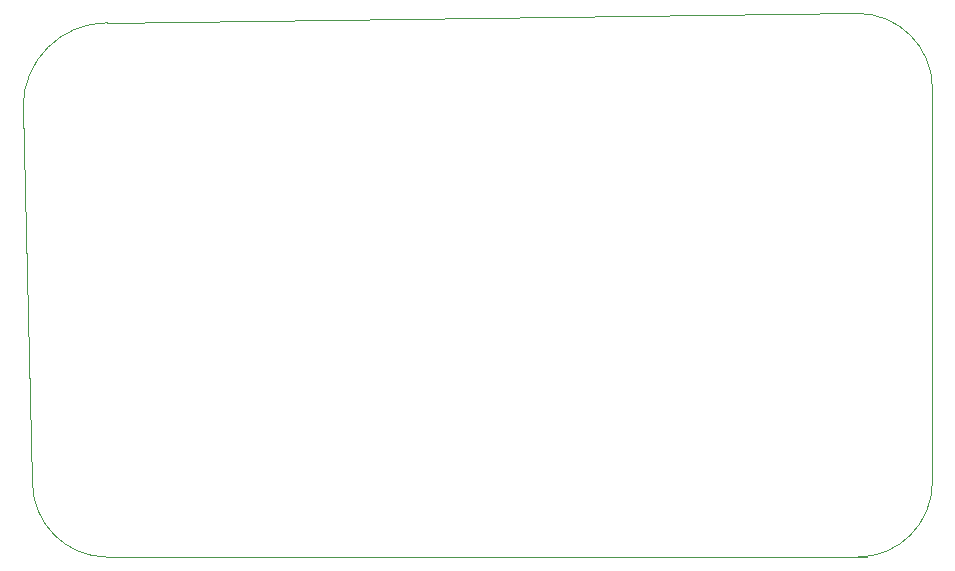
<source format=gm1>
G04 #@! TF.GenerationSoftware,KiCad,Pcbnew,(5.1.5)-3*
G04 #@! TF.CreationDate,2020-03-21T14:26:23+08:00*
G04 #@! TF.ProjectId,PCB Design,50434220-4465-4736-9967-6e2e6b696361,rev?*
G04 #@! TF.SameCoordinates,Original*
G04 #@! TF.FileFunction,Profile,NP*
%FSLAX46Y46*%
G04 Gerber Fmt 4.6, Leading zero omitted, Abs format (unit mm)*
G04 Created by KiCad (PCBNEW (5.1.5)-3) date 2020-03-21 14:26:23*
%MOMM*%
%LPD*%
G04 APERTURE LIST*
%ADD10C,0.050000*%
G04 APERTURE END LIST*
D10*
X240506250Y-162718750D02*
X240506250Y-129381250D01*
X234950000Y-169068750D02*
X234156250Y-169068750D01*
X170656250Y-169068750D02*
X234950000Y-169068750D01*
X163512500Y-130968750D02*
X164306250Y-162718750D01*
X170656250Y-123825000D02*
X234156250Y-123031250D01*
X170656250Y-169068750D02*
G75*
G02X164306250Y-162718750I0J6350000D01*
G01*
X163512500Y-130968750D02*
G75*
G02X170656250Y-123825000I7143750J0D01*
G01*
X240506250Y-162718750D02*
G75*
G02X234156250Y-169068750I-6350000J0D01*
G01*
X234156250Y-123031250D02*
G75*
G02X240506250Y-129381250I0J-6350000D01*
G01*
M02*

</source>
